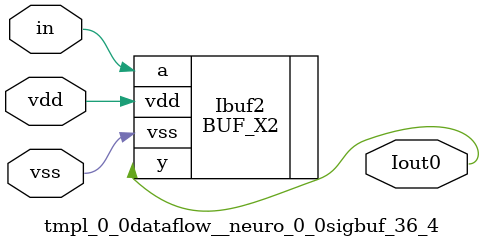
<source format=v>
module tmpl_0_0dataflow__neuro_0_0sigbuf_36_4(in, Iout0 , vdd, vss); 
   input vdd;
   input vss;
   input in;
   

// -- signals ---
   output Iout0 ;
   wire in;

// --- instances
BUF_X2 Ibuf2  (.y(Iout0 ), .a(in), .vdd(vdd), .vss(vss));
endmodule
</source>
